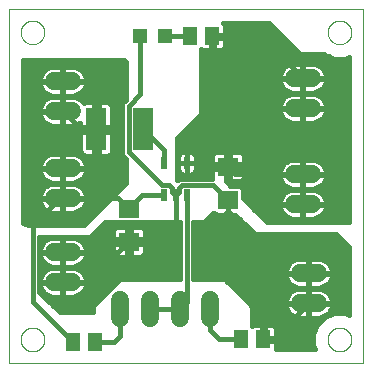
<source format=gtl>
G75*
%MOIN*%
%OFA0B0*%
%FSLAX25Y25*%
%IPPOS*%
%LPD*%
%AMOC8*
5,1,8,0,0,1.08239X$1,22.5*
%
%ADD10C,0.00000*%
%ADD11R,0.07087X0.06299*%
%ADD12C,0.06000*%
%ADD13R,0.07087X0.14173*%
%ADD14R,0.04724X0.04724*%
%ADD15R,0.05118X0.05906*%
%ADD16R,0.02165X0.03937*%
%ADD17C,0.01600*%
D10*
X0001800Y0001800D02*
X0001800Y0119910D01*
X0119910Y0119910D01*
X0119910Y0001800D01*
X0001800Y0001800D01*
X0005737Y0009674D02*
X0005739Y0009799D01*
X0005745Y0009924D01*
X0005755Y0010048D01*
X0005769Y0010172D01*
X0005786Y0010296D01*
X0005808Y0010419D01*
X0005834Y0010541D01*
X0005863Y0010663D01*
X0005896Y0010783D01*
X0005934Y0010902D01*
X0005974Y0011021D01*
X0006019Y0011137D01*
X0006067Y0011252D01*
X0006119Y0011366D01*
X0006175Y0011478D01*
X0006234Y0011588D01*
X0006296Y0011696D01*
X0006362Y0011803D01*
X0006431Y0011907D01*
X0006504Y0012008D01*
X0006579Y0012108D01*
X0006658Y0012205D01*
X0006740Y0012299D01*
X0006825Y0012391D01*
X0006912Y0012480D01*
X0007003Y0012566D01*
X0007096Y0012649D01*
X0007192Y0012730D01*
X0007290Y0012807D01*
X0007390Y0012881D01*
X0007493Y0012952D01*
X0007598Y0013019D01*
X0007706Y0013084D01*
X0007815Y0013144D01*
X0007926Y0013202D01*
X0008039Y0013255D01*
X0008153Y0013305D01*
X0008269Y0013352D01*
X0008386Y0013394D01*
X0008505Y0013433D01*
X0008625Y0013469D01*
X0008746Y0013500D01*
X0008868Y0013528D01*
X0008990Y0013551D01*
X0009114Y0013571D01*
X0009238Y0013587D01*
X0009362Y0013599D01*
X0009487Y0013607D01*
X0009612Y0013611D01*
X0009736Y0013611D01*
X0009861Y0013607D01*
X0009986Y0013599D01*
X0010110Y0013587D01*
X0010234Y0013571D01*
X0010358Y0013551D01*
X0010480Y0013528D01*
X0010602Y0013500D01*
X0010723Y0013469D01*
X0010843Y0013433D01*
X0010962Y0013394D01*
X0011079Y0013352D01*
X0011195Y0013305D01*
X0011309Y0013255D01*
X0011422Y0013202D01*
X0011533Y0013144D01*
X0011643Y0013084D01*
X0011750Y0013019D01*
X0011855Y0012952D01*
X0011958Y0012881D01*
X0012058Y0012807D01*
X0012156Y0012730D01*
X0012252Y0012649D01*
X0012345Y0012566D01*
X0012436Y0012480D01*
X0012523Y0012391D01*
X0012608Y0012299D01*
X0012690Y0012205D01*
X0012769Y0012108D01*
X0012844Y0012008D01*
X0012917Y0011907D01*
X0012986Y0011803D01*
X0013052Y0011696D01*
X0013114Y0011588D01*
X0013173Y0011478D01*
X0013229Y0011366D01*
X0013281Y0011252D01*
X0013329Y0011137D01*
X0013374Y0011021D01*
X0013414Y0010902D01*
X0013452Y0010783D01*
X0013485Y0010663D01*
X0013514Y0010541D01*
X0013540Y0010419D01*
X0013562Y0010296D01*
X0013579Y0010172D01*
X0013593Y0010048D01*
X0013603Y0009924D01*
X0013609Y0009799D01*
X0013611Y0009674D01*
X0013609Y0009549D01*
X0013603Y0009424D01*
X0013593Y0009300D01*
X0013579Y0009176D01*
X0013562Y0009052D01*
X0013540Y0008929D01*
X0013514Y0008807D01*
X0013485Y0008685D01*
X0013452Y0008565D01*
X0013414Y0008446D01*
X0013374Y0008327D01*
X0013329Y0008211D01*
X0013281Y0008096D01*
X0013229Y0007982D01*
X0013173Y0007870D01*
X0013114Y0007760D01*
X0013052Y0007652D01*
X0012986Y0007545D01*
X0012917Y0007441D01*
X0012844Y0007340D01*
X0012769Y0007240D01*
X0012690Y0007143D01*
X0012608Y0007049D01*
X0012523Y0006957D01*
X0012436Y0006868D01*
X0012345Y0006782D01*
X0012252Y0006699D01*
X0012156Y0006618D01*
X0012058Y0006541D01*
X0011958Y0006467D01*
X0011855Y0006396D01*
X0011750Y0006329D01*
X0011642Y0006264D01*
X0011533Y0006204D01*
X0011422Y0006146D01*
X0011309Y0006093D01*
X0011195Y0006043D01*
X0011079Y0005996D01*
X0010962Y0005954D01*
X0010843Y0005915D01*
X0010723Y0005879D01*
X0010602Y0005848D01*
X0010480Y0005820D01*
X0010358Y0005797D01*
X0010234Y0005777D01*
X0010110Y0005761D01*
X0009986Y0005749D01*
X0009861Y0005741D01*
X0009736Y0005737D01*
X0009612Y0005737D01*
X0009487Y0005741D01*
X0009362Y0005749D01*
X0009238Y0005761D01*
X0009114Y0005777D01*
X0008990Y0005797D01*
X0008868Y0005820D01*
X0008746Y0005848D01*
X0008625Y0005879D01*
X0008505Y0005915D01*
X0008386Y0005954D01*
X0008269Y0005996D01*
X0008153Y0006043D01*
X0008039Y0006093D01*
X0007926Y0006146D01*
X0007815Y0006204D01*
X0007705Y0006264D01*
X0007598Y0006329D01*
X0007493Y0006396D01*
X0007390Y0006467D01*
X0007290Y0006541D01*
X0007192Y0006618D01*
X0007096Y0006699D01*
X0007003Y0006782D01*
X0006912Y0006868D01*
X0006825Y0006957D01*
X0006740Y0007049D01*
X0006658Y0007143D01*
X0006579Y0007240D01*
X0006504Y0007340D01*
X0006431Y0007441D01*
X0006362Y0007545D01*
X0006296Y0007652D01*
X0006234Y0007760D01*
X0006175Y0007870D01*
X0006119Y0007982D01*
X0006067Y0008096D01*
X0006019Y0008211D01*
X0005974Y0008327D01*
X0005934Y0008446D01*
X0005896Y0008565D01*
X0005863Y0008685D01*
X0005834Y0008807D01*
X0005808Y0008929D01*
X0005786Y0009052D01*
X0005769Y0009176D01*
X0005755Y0009300D01*
X0005745Y0009424D01*
X0005739Y0009549D01*
X0005737Y0009674D01*
X0005737Y0112036D02*
X0005739Y0112161D01*
X0005745Y0112286D01*
X0005755Y0112410D01*
X0005769Y0112534D01*
X0005786Y0112658D01*
X0005808Y0112781D01*
X0005834Y0112903D01*
X0005863Y0113025D01*
X0005896Y0113145D01*
X0005934Y0113264D01*
X0005974Y0113383D01*
X0006019Y0113499D01*
X0006067Y0113614D01*
X0006119Y0113728D01*
X0006175Y0113840D01*
X0006234Y0113950D01*
X0006296Y0114058D01*
X0006362Y0114165D01*
X0006431Y0114269D01*
X0006504Y0114370D01*
X0006579Y0114470D01*
X0006658Y0114567D01*
X0006740Y0114661D01*
X0006825Y0114753D01*
X0006912Y0114842D01*
X0007003Y0114928D01*
X0007096Y0115011D01*
X0007192Y0115092D01*
X0007290Y0115169D01*
X0007390Y0115243D01*
X0007493Y0115314D01*
X0007598Y0115381D01*
X0007706Y0115446D01*
X0007815Y0115506D01*
X0007926Y0115564D01*
X0008039Y0115617D01*
X0008153Y0115667D01*
X0008269Y0115714D01*
X0008386Y0115756D01*
X0008505Y0115795D01*
X0008625Y0115831D01*
X0008746Y0115862D01*
X0008868Y0115890D01*
X0008990Y0115913D01*
X0009114Y0115933D01*
X0009238Y0115949D01*
X0009362Y0115961D01*
X0009487Y0115969D01*
X0009612Y0115973D01*
X0009736Y0115973D01*
X0009861Y0115969D01*
X0009986Y0115961D01*
X0010110Y0115949D01*
X0010234Y0115933D01*
X0010358Y0115913D01*
X0010480Y0115890D01*
X0010602Y0115862D01*
X0010723Y0115831D01*
X0010843Y0115795D01*
X0010962Y0115756D01*
X0011079Y0115714D01*
X0011195Y0115667D01*
X0011309Y0115617D01*
X0011422Y0115564D01*
X0011533Y0115506D01*
X0011643Y0115446D01*
X0011750Y0115381D01*
X0011855Y0115314D01*
X0011958Y0115243D01*
X0012058Y0115169D01*
X0012156Y0115092D01*
X0012252Y0115011D01*
X0012345Y0114928D01*
X0012436Y0114842D01*
X0012523Y0114753D01*
X0012608Y0114661D01*
X0012690Y0114567D01*
X0012769Y0114470D01*
X0012844Y0114370D01*
X0012917Y0114269D01*
X0012986Y0114165D01*
X0013052Y0114058D01*
X0013114Y0113950D01*
X0013173Y0113840D01*
X0013229Y0113728D01*
X0013281Y0113614D01*
X0013329Y0113499D01*
X0013374Y0113383D01*
X0013414Y0113264D01*
X0013452Y0113145D01*
X0013485Y0113025D01*
X0013514Y0112903D01*
X0013540Y0112781D01*
X0013562Y0112658D01*
X0013579Y0112534D01*
X0013593Y0112410D01*
X0013603Y0112286D01*
X0013609Y0112161D01*
X0013611Y0112036D01*
X0013609Y0111911D01*
X0013603Y0111786D01*
X0013593Y0111662D01*
X0013579Y0111538D01*
X0013562Y0111414D01*
X0013540Y0111291D01*
X0013514Y0111169D01*
X0013485Y0111047D01*
X0013452Y0110927D01*
X0013414Y0110808D01*
X0013374Y0110689D01*
X0013329Y0110573D01*
X0013281Y0110458D01*
X0013229Y0110344D01*
X0013173Y0110232D01*
X0013114Y0110122D01*
X0013052Y0110014D01*
X0012986Y0109907D01*
X0012917Y0109803D01*
X0012844Y0109702D01*
X0012769Y0109602D01*
X0012690Y0109505D01*
X0012608Y0109411D01*
X0012523Y0109319D01*
X0012436Y0109230D01*
X0012345Y0109144D01*
X0012252Y0109061D01*
X0012156Y0108980D01*
X0012058Y0108903D01*
X0011958Y0108829D01*
X0011855Y0108758D01*
X0011750Y0108691D01*
X0011642Y0108626D01*
X0011533Y0108566D01*
X0011422Y0108508D01*
X0011309Y0108455D01*
X0011195Y0108405D01*
X0011079Y0108358D01*
X0010962Y0108316D01*
X0010843Y0108277D01*
X0010723Y0108241D01*
X0010602Y0108210D01*
X0010480Y0108182D01*
X0010358Y0108159D01*
X0010234Y0108139D01*
X0010110Y0108123D01*
X0009986Y0108111D01*
X0009861Y0108103D01*
X0009736Y0108099D01*
X0009612Y0108099D01*
X0009487Y0108103D01*
X0009362Y0108111D01*
X0009238Y0108123D01*
X0009114Y0108139D01*
X0008990Y0108159D01*
X0008868Y0108182D01*
X0008746Y0108210D01*
X0008625Y0108241D01*
X0008505Y0108277D01*
X0008386Y0108316D01*
X0008269Y0108358D01*
X0008153Y0108405D01*
X0008039Y0108455D01*
X0007926Y0108508D01*
X0007815Y0108566D01*
X0007705Y0108626D01*
X0007598Y0108691D01*
X0007493Y0108758D01*
X0007390Y0108829D01*
X0007290Y0108903D01*
X0007192Y0108980D01*
X0007096Y0109061D01*
X0007003Y0109144D01*
X0006912Y0109230D01*
X0006825Y0109319D01*
X0006740Y0109411D01*
X0006658Y0109505D01*
X0006579Y0109602D01*
X0006504Y0109702D01*
X0006431Y0109803D01*
X0006362Y0109907D01*
X0006296Y0110014D01*
X0006234Y0110122D01*
X0006175Y0110232D01*
X0006119Y0110344D01*
X0006067Y0110458D01*
X0006019Y0110573D01*
X0005974Y0110689D01*
X0005934Y0110808D01*
X0005896Y0110927D01*
X0005863Y0111047D01*
X0005834Y0111169D01*
X0005808Y0111291D01*
X0005786Y0111414D01*
X0005769Y0111538D01*
X0005755Y0111662D01*
X0005745Y0111786D01*
X0005739Y0111911D01*
X0005737Y0112036D01*
X0108099Y0112036D02*
X0108101Y0112161D01*
X0108107Y0112286D01*
X0108117Y0112410D01*
X0108131Y0112534D01*
X0108148Y0112658D01*
X0108170Y0112781D01*
X0108196Y0112903D01*
X0108225Y0113025D01*
X0108258Y0113145D01*
X0108296Y0113264D01*
X0108336Y0113383D01*
X0108381Y0113499D01*
X0108429Y0113614D01*
X0108481Y0113728D01*
X0108537Y0113840D01*
X0108596Y0113950D01*
X0108658Y0114058D01*
X0108724Y0114165D01*
X0108793Y0114269D01*
X0108866Y0114370D01*
X0108941Y0114470D01*
X0109020Y0114567D01*
X0109102Y0114661D01*
X0109187Y0114753D01*
X0109274Y0114842D01*
X0109365Y0114928D01*
X0109458Y0115011D01*
X0109554Y0115092D01*
X0109652Y0115169D01*
X0109752Y0115243D01*
X0109855Y0115314D01*
X0109960Y0115381D01*
X0110068Y0115446D01*
X0110177Y0115506D01*
X0110288Y0115564D01*
X0110401Y0115617D01*
X0110515Y0115667D01*
X0110631Y0115714D01*
X0110748Y0115756D01*
X0110867Y0115795D01*
X0110987Y0115831D01*
X0111108Y0115862D01*
X0111230Y0115890D01*
X0111352Y0115913D01*
X0111476Y0115933D01*
X0111600Y0115949D01*
X0111724Y0115961D01*
X0111849Y0115969D01*
X0111974Y0115973D01*
X0112098Y0115973D01*
X0112223Y0115969D01*
X0112348Y0115961D01*
X0112472Y0115949D01*
X0112596Y0115933D01*
X0112720Y0115913D01*
X0112842Y0115890D01*
X0112964Y0115862D01*
X0113085Y0115831D01*
X0113205Y0115795D01*
X0113324Y0115756D01*
X0113441Y0115714D01*
X0113557Y0115667D01*
X0113671Y0115617D01*
X0113784Y0115564D01*
X0113895Y0115506D01*
X0114005Y0115446D01*
X0114112Y0115381D01*
X0114217Y0115314D01*
X0114320Y0115243D01*
X0114420Y0115169D01*
X0114518Y0115092D01*
X0114614Y0115011D01*
X0114707Y0114928D01*
X0114798Y0114842D01*
X0114885Y0114753D01*
X0114970Y0114661D01*
X0115052Y0114567D01*
X0115131Y0114470D01*
X0115206Y0114370D01*
X0115279Y0114269D01*
X0115348Y0114165D01*
X0115414Y0114058D01*
X0115476Y0113950D01*
X0115535Y0113840D01*
X0115591Y0113728D01*
X0115643Y0113614D01*
X0115691Y0113499D01*
X0115736Y0113383D01*
X0115776Y0113264D01*
X0115814Y0113145D01*
X0115847Y0113025D01*
X0115876Y0112903D01*
X0115902Y0112781D01*
X0115924Y0112658D01*
X0115941Y0112534D01*
X0115955Y0112410D01*
X0115965Y0112286D01*
X0115971Y0112161D01*
X0115973Y0112036D01*
X0115971Y0111911D01*
X0115965Y0111786D01*
X0115955Y0111662D01*
X0115941Y0111538D01*
X0115924Y0111414D01*
X0115902Y0111291D01*
X0115876Y0111169D01*
X0115847Y0111047D01*
X0115814Y0110927D01*
X0115776Y0110808D01*
X0115736Y0110689D01*
X0115691Y0110573D01*
X0115643Y0110458D01*
X0115591Y0110344D01*
X0115535Y0110232D01*
X0115476Y0110122D01*
X0115414Y0110014D01*
X0115348Y0109907D01*
X0115279Y0109803D01*
X0115206Y0109702D01*
X0115131Y0109602D01*
X0115052Y0109505D01*
X0114970Y0109411D01*
X0114885Y0109319D01*
X0114798Y0109230D01*
X0114707Y0109144D01*
X0114614Y0109061D01*
X0114518Y0108980D01*
X0114420Y0108903D01*
X0114320Y0108829D01*
X0114217Y0108758D01*
X0114112Y0108691D01*
X0114004Y0108626D01*
X0113895Y0108566D01*
X0113784Y0108508D01*
X0113671Y0108455D01*
X0113557Y0108405D01*
X0113441Y0108358D01*
X0113324Y0108316D01*
X0113205Y0108277D01*
X0113085Y0108241D01*
X0112964Y0108210D01*
X0112842Y0108182D01*
X0112720Y0108159D01*
X0112596Y0108139D01*
X0112472Y0108123D01*
X0112348Y0108111D01*
X0112223Y0108103D01*
X0112098Y0108099D01*
X0111974Y0108099D01*
X0111849Y0108103D01*
X0111724Y0108111D01*
X0111600Y0108123D01*
X0111476Y0108139D01*
X0111352Y0108159D01*
X0111230Y0108182D01*
X0111108Y0108210D01*
X0110987Y0108241D01*
X0110867Y0108277D01*
X0110748Y0108316D01*
X0110631Y0108358D01*
X0110515Y0108405D01*
X0110401Y0108455D01*
X0110288Y0108508D01*
X0110177Y0108566D01*
X0110067Y0108626D01*
X0109960Y0108691D01*
X0109855Y0108758D01*
X0109752Y0108829D01*
X0109652Y0108903D01*
X0109554Y0108980D01*
X0109458Y0109061D01*
X0109365Y0109144D01*
X0109274Y0109230D01*
X0109187Y0109319D01*
X0109102Y0109411D01*
X0109020Y0109505D01*
X0108941Y0109602D01*
X0108866Y0109702D01*
X0108793Y0109803D01*
X0108724Y0109907D01*
X0108658Y0110014D01*
X0108596Y0110122D01*
X0108537Y0110232D01*
X0108481Y0110344D01*
X0108429Y0110458D01*
X0108381Y0110573D01*
X0108336Y0110689D01*
X0108296Y0110808D01*
X0108258Y0110927D01*
X0108225Y0111047D01*
X0108196Y0111169D01*
X0108170Y0111291D01*
X0108148Y0111414D01*
X0108131Y0111538D01*
X0108117Y0111662D01*
X0108107Y0111786D01*
X0108101Y0111911D01*
X0108099Y0112036D01*
X0108099Y0009674D02*
X0108101Y0009799D01*
X0108107Y0009924D01*
X0108117Y0010048D01*
X0108131Y0010172D01*
X0108148Y0010296D01*
X0108170Y0010419D01*
X0108196Y0010541D01*
X0108225Y0010663D01*
X0108258Y0010783D01*
X0108296Y0010902D01*
X0108336Y0011021D01*
X0108381Y0011137D01*
X0108429Y0011252D01*
X0108481Y0011366D01*
X0108537Y0011478D01*
X0108596Y0011588D01*
X0108658Y0011696D01*
X0108724Y0011803D01*
X0108793Y0011907D01*
X0108866Y0012008D01*
X0108941Y0012108D01*
X0109020Y0012205D01*
X0109102Y0012299D01*
X0109187Y0012391D01*
X0109274Y0012480D01*
X0109365Y0012566D01*
X0109458Y0012649D01*
X0109554Y0012730D01*
X0109652Y0012807D01*
X0109752Y0012881D01*
X0109855Y0012952D01*
X0109960Y0013019D01*
X0110068Y0013084D01*
X0110177Y0013144D01*
X0110288Y0013202D01*
X0110401Y0013255D01*
X0110515Y0013305D01*
X0110631Y0013352D01*
X0110748Y0013394D01*
X0110867Y0013433D01*
X0110987Y0013469D01*
X0111108Y0013500D01*
X0111230Y0013528D01*
X0111352Y0013551D01*
X0111476Y0013571D01*
X0111600Y0013587D01*
X0111724Y0013599D01*
X0111849Y0013607D01*
X0111974Y0013611D01*
X0112098Y0013611D01*
X0112223Y0013607D01*
X0112348Y0013599D01*
X0112472Y0013587D01*
X0112596Y0013571D01*
X0112720Y0013551D01*
X0112842Y0013528D01*
X0112964Y0013500D01*
X0113085Y0013469D01*
X0113205Y0013433D01*
X0113324Y0013394D01*
X0113441Y0013352D01*
X0113557Y0013305D01*
X0113671Y0013255D01*
X0113784Y0013202D01*
X0113895Y0013144D01*
X0114005Y0013084D01*
X0114112Y0013019D01*
X0114217Y0012952D01*
X0114320Y0012881D01*
X0114420Y0012807D01*
X0114518Y0012730D01*
X0114614Y0012649D01*
X0114707Y0012566D01*
X0114798Y0012480D01*
X0114885Y0012391D01*
X0114970Y0012299D01*
X0115052Y0012205D01*
X0115131Y0012108D01*
X0115206Y0012008D01*
X0115279Y0011907D01*
X0115348Y0011803D01*
X0115414Y0011696D01*
X0115476Y0011588D01*
X0115535Y0011478D01*
X0115591Y0011366D01*
X0115643Y0011252D01*
X0115691Y0011137D01*
X0115736Y0011021D01*
X0115776Y0010902D01*
X0115814Y0010783D01*
X0115847Y0010663D01*
X0115876Y0010541D01*
X0115902Y0010419D01*
X0115924Y0010296D01*
X0115941Y0010172D01*
X0115955Y0010048D01*
X0115965Y0009924D01*
X0115971Y0009799D01*
X0115973Y0009674D01*
X0115971Y0009549D01*
X0115965Y0009424D01*
X0115955Y0009300D01*
X0115941Y0009176D01*
X0115924Y0009052D01*
X0115902Y0008929D01*
X0115876Y0008807D01*
X0115847Y0008685D01*
X0115814Y0008565D01*
X0115776Y0008446D01*
X0115736Y0008327D01*
X0115691Y0008211D01*
X0115643Y0008096D01*
X0115591Y0007982D01*
X0115535Y0007870D01*
X0115476Y0007760D01*
X0115414Y0007652D01*
X0115348Y0007545D01*
X0115279Y0007441D01*
X0115206Y0007340D01*
X0115131Y0007240D01*
X0115052Y0007143D01*
X0114970Y0007049D01*
X0114885Y0006957D01*
X0114798Y0006868D01*
X0114707Y0006782D01*
X0114614Y0006699D01*
X0114518Y0006618D01*
X0114420Y0006541D01*
X0114320Y0006467D01*
X0114217Y0006396D01*
X0114112Y0006329D01*
X0114004Y0006264D01*
X0113895Y0006204D01*
X0113784Y0006146D01*
X0113671Y0006093D01*
X0113557Y0006043D01*
X0113441Y0005996D01*
X0113324Y0005954D01*
X0113205Y0005915D01*
X0113085Y0005879D01*
X0112964Y0005848D01*
X0112842Y0005820D01*
X0112720Y0005797D01*
X0112596Y0005777D01*
X0112472Y0005761D01*
X0112348Y0005749D01*
X0112223Y0005741D01*
X0112098Y0005737D01*
X0111974Y0005737D01*
X0111849Y0005741D01*
X0111724Y0005749D01*
X0111600Y0005761D01*
X0111476Y0005777D01*
X0111352Y0005797D01*
X0111230Y0005820D01*
X0111108Y0005848D01*
X0110987Y0005879D01*
X0110867Y0005915D01*
X0110748Y0005954D01*
X0110631Y0005996D01*
X0110515Y0006043D01*
X0110401Y0006093D01*
X0110288Y0006146D01*
X0110177Y0006204D01*
X0110067Y0006264D01*
X0109960Y0006329D01*
X0109855Y0006396D01*
X0109752Y0006467D01*
X0109652Y0006541D01*
X0109554Y0006618D01*
X0109458Y0006699D01*
X0109365Y0006782D01*
X0109274Y0006868D01*
X0109187Y0006957D01*
X0109102Y0007049D01*
X0109020Y0007143D01*
X0108941Y0007240D01*
X0108866Y0007340D01*
X0108793Y0007441D01*
X0108724Y0007545D01*
X0108658Y0007652D01*
X0108596Y0007760D01*
X0108537Y0007870D01*
X0108481Y0007982D01*
X0108429Y0008096D01*
X0108381Y0008211D01*
X0108336Y0008327D01*
X0108296Y0008446D01*
X0108258Y0008565D01*
X0108225Y0008685D01*
X0108196Y0008807D01*
X0108170Y0008929D01*
X0108148Y0009052D01*
X0108131Y0009176D01*
X0108117Y0009300D01*
X0108107Y0009424D01*
X0108101Y0009549D01*
X0108099Y0009674D01*
D11*
X0074800Y0056288D03*
X0074800Y0067312D03*
X0041800Y0053312D03*
X0041800Y0042288D03*
D12*
X0022800Y0038800D02*
X0016800Y0038800D01*
X0016800Y0028800D02*
X0022800Y0028800D01*
X0038800Y0022800D02*
X0038800Y0016800D01*
X0048800Y0016800D02*
X0048800Y0022800D01*
X0058800Y0022800D02*
X0058800Y0016800D01*
X0068800Y0016800D02*
X0068800Y0022800D01*
X0098800Y0021800D02*
X0104800Y0021800D01*
X0104800Y0031800D02*
X0098800Y0031800D01*
X0096800Y0054800D02*
X0102800Y0054800D01*
X0102800Y0064800D02*
X0096800Y0064800D01*
X0096800Y0086800D02*
X0102800Y0086800D01*
X0102800Y0096800D02*
X0096800Y0096800D01*
X0022800Y0095800D02*
X0016800Y0095800D01*
X0016800Y0085800D02*
X0022800Y0085800D01*
X0022800Y0066800D02*
X0016800Y0066800D01*
X0016800Y0056800D02*
X0022800Y0056800D01*
D13*
X0030926Y0079800D03*
X0046674Y0079800D03*
D14*
X0045666Y0110800D03*
X0053934Y0110800D03*
D15*
X0062060Y0110800D03*
X0069540Y0110800D03*
X0079060Y0009800D03*
X0086540Y0009800D03*
X0030540Y0008800D03*
X0023060Y0008800D03*
D16*
X0053650Y0057745D03*
X0057391Y0057745D03*
X0061131Y0057745D03*
X0061131Y0068375D03*
X0053650Y0068375D03*
D17*
X0053650Y0072824D01*
X0046674Y0079800D01*
X0039531Y0080127D02*
X0031726Y0080127D01*
X0031726Y0080600D02*
X0031726Y0079000D01*
X0036269Y0079000D01*
X0036269Y0072476D01*
X0036147Y0072019D01*
X0035910Y0071608D01*
X0035575Y0071273D01*
X0035164Y0071036D01*
X0034706Y0070913D01*
X0031726Y0070913D01*
X0031726Y0079000D01*
X0030126Y0079000D01*
X0030126Y0070913D01*
X0027146Y0070913D01*
X0026688Y0071036D01*
X0026277Y0071273D01*
X0025942Y0071608D01*
X0025705Y0072019D01*
X0025583Y0072476D01*
X0025583Y0079000D01*
X0030126Y0079000D01*
X0030126Y0080600D01*
X0030126Y0088687D01*
X0027146Y0088687D01*
X0026719Y0088572D01*
X0026461Y0088927D01*
X0025927Y0089461D01*
X0025316Y0089905D01*
X0024643Y0090248D01*
X0023924Y0090482D01*
X0023178Y0090600D01*
X0020000Y0090600D01*
X0020000Y0086000D01*
X0019600Y0086000D01*
X0019600Y0090600D01*
X0016422Y0090600D01*
X0015676Y0090482D01*
X0014957Y0090248D01*
X0014284Y0089905D01*
X0013673Y0089461D01*
X0013139Y0088927D01*
X0012695Y0088316D01*
X0012352Y0087643D01*
X0012118Y0086924D01*
X0012000Y0086178D01*
X0012000Y0086000D01*
X0019600Y0086000D01*
X0019600Y0085600D01*
X0020000Y0085600D01*
X0020000Y0081000D01*
X0023178Y0081000D01*
X0023924Y0081118D01*
X0024643Y0081352D01*
X0025316Y0081695D01*
X0025583Y0081889D01*
X0025583Y0080600D01*
X0030126Y0080600D01*
X0031726Y0080600D01*
X0036269Y0080600D01*
X0036269Y0087124D01*
X0036147Y0087581D01*
X0035910Y0087992D01*
X0035575Y0088327D01*
X0035164Y0088564D01*
X0034706Y0088687D01*
X0031726Y0088687D01*
X0031726Y0080600D01*
X0031726Y0081726D02*
X0030126Y0081726D01*
X0030126Y0083324D02*
X0031726Y0083324D01*
X0031726Y0084923D02*
X0030126Y0084923D01*
X0030126Y0086521D02*
X0031726Y0086521D01*
X0031726Y0088120D02*
X0030126Y0088120D01*
X0025573Y0089718D02*
X0040800Y0089718D01*
X0040800Y0089647D02*
X0039531Y0088378D01*
X0039531Y0071222D01*
X0040800Y0069953D01*
X0040800Y0061800D01*
X0026800Y0047800D01*
X0009800Y0047800D01*
X0008549Y0047898D01*
X0007328Y0048192D01*
X0006600Y0048493D01*
X0006600Y0102800D01*
X0039800Y0102800D01*
X0040059Y0102766D01*
X0040300Y0102666D01*
X0040507Y0102507D01*
X0040666Y0102300D01*
X0040766Y0102059D01*
X0040800Y0101800D01*
X0040800Y0089647D01*
X0039531Y0088120D02*
X0035782Y0088120D01*
X0036269Y0086521D02*
X0039531Y0086521D01*
X0039531Y0084923D02*
X0036269Y0084923D01*
X0036269Y0083324D02*
X0039531Y0083324D01*
X0039531Y0081726D02*
X0036269Y0081726D01*
X0036269Y0078529D02*
X0039531Y0078529D01*
X0039531Y0076930D02*
X0036269Y0076930D01*
X0036269Y0075332D02*
X0039531Y0075332D01*
X0039531Y0073733D02*
X0036269Y0073733D01*
X0036178Y0072134D02*
X0039531Y0072134D01*
X0040217Y0070536D02*
X0025824Y0070536D01*
X0025927Y0070461D02*
X0025316Y0070905D01*
X0024643Y0071248D01*
X0023924Y0071482D01*
X0023178Y0071600D01*
X0020000Y0071600D01*
X0020000Y0067000D01*
X0019600Y0067000D01*
X0019600Y0071600D01*
X0016422Y0071600D01*
X0015676Y0071482D01*
X0014957Y0071248D01*
X0014284Y0070905D01*
X0013673Y0070461D01*
X0013139Y0069927D01*
X0012695Y0069316D01*
X0012352Y0068643D01*
X0012118Y0067924D01*
X0012000Y0067178D01*
X0012000Y0067000D01*
X0019600Y0067000D01*
X0019600Y0066600D01*
X0020000Y0066600D01*
X0020000Y0067000D01*
X0027600Y0067000D01*
X0027600Y0067178D01*
X0027482Y0067924D01*
X0027248Y0068643D01*
X0026905Y0069316D01*
X0026461Y0069927D01*
X0025927Y0070461D01*
X0027098Y0068937D02*
X0040800Y0068937D01*
X0040800Y0067339D02*
X0027574Y0067339D01*
X0027600Y0066600D02*
X0020000Y0066600D01*
X0020000Y0062000D01*
X0023178Y0062000D01*
X0023924Y0062118D01*
X0024643Y0062352D01*
X0025316Y0062695D01*
X0025927Y0063139D01*
X0026461Y0063673D01*
X0026905Y0064284D01*
X0027248Y0064957D01*
X0027482Y0065676D01*
X0027600Y0066422D01*
X0027600Y0066600D01*
X0027492Y0065740D02*
X0040800Y0065740D01*
X0040800Y0064142D02*
X0026802Y0064142D01*
X0025019Y0062543D02*
X0040800Y0062543D01*
X0039945Y0060945D02*
X0025238Y0060945D01*
X0025316Y0060905D02*
X0024643Y0061248D01*
X0023924Y0061482D01*
X0023178Y0061600D01*
X0020000Y0061600D01*
X0020000Y0057000D01*
X0019600Y0057000D01*
X0019600Y0061600D01*
X0016422Y0061600D01*
X0015676Y0061482D01*
X0014957Y0061248D01*
X0014284Y0060905D01*
X0013673Y0060461D01*
X0013139Y0059927D01*
X0012695Y0059316D01*
X0012352Y0058643D01*
X0012118Y0057924D01*
X0012000Y0057178D01*
X0012000Y0057000D01*
X0019600Y0057000D01*
X0019600Y0056600D01*
X0020000Y0056600D01*
X0020000Y0057000D01*
X0027600Y0057000D01*
X0027600Y0057178D01*
X0027482Y0057924D01*
X0027248Y0058643D01*
X0026905Y0059316D01*
X0026461Y0059927D01*
X0025927Y0060461D01*
X0025316Y0060905D01*
X0026883Y0059346D02*
X0038346Y0059346D01*
X0036748Y0057748D02*
X0027510Y0057748D01*
X0027600Y0056600D02*
X0020000Y0056600D01*
X0020000Y0052000D01*
X0023178Y0052000D01*
X0023924Y0052118D01*
X0024643Y0052352D01*
X0025316Y0052695D01*
X0025927Y0053139D01*
X0026461Y0053673D01*
X0026905Y0054284D01*
X0027248Y0054957D01*
X0027482Y0055676D01*
X0027600Y0056422D01*
X0027600Y0056600D01*
X0027557Y0056149D02*
X0035149Y0056149D01*
X0033551Y0054551D02*
X0027041Y0054551D01*
X0025670Y0052952D02*
X0031952Y0052952D01*
X0030354Y0051354D02*
X0006600Y0051354D01*
X0006600Y0052952D02*
X0013930Y0052952D01*
X0013673Y0053139D02*
X0014284Y0052695D01*
X0014957Y0052352D01*
X0015676Y0052118D01*
X0016422Y0052000D01*
X0019600Y0052000D01*
X0019600Y0056600D01*
X0012000Y0056600D01*
X0012000Y0056422D01*
X0012118Y0055676D01*
X0012352Y0054957D01*
X0012695Y0054284D01*
X0013139Y0053673D01*
X0013673Y0053139D01*
X0012559Y0054551D02*
X0006600Y0054551D01*
X0006600Y0056149D02*
X0012043Y0056149D01*
X0012090Y0057748D02*
X0006600Y0057748D01*
X0006600Y0059346D02*
X0012717Y0059346D01*
X0014362Y0060945D02*
X0006600Y0060945D01*
X0006600Y0062543D02*
X0014581Y0062543D01*
X0014284Y0062695D02*
X0014957Y0062352D01*
X0015676Y0062118D01*
X0016422Y0062000D01*
X0019600Y0062000D01*
X0019600Y0066600D01*
X0012000Y0066600D01*
X0012000Y0066422D01*
X0012118Y0065676D01*
X0012352Y0064957D01*
X0012695Y0064284D01*
X0013139Y0063673D01*
X0013673Y0063139D01*
X0014284Y0062695D01*
X0012798Y0064142D02*
X0006600Y0064142D01*
X0006600Y0065740D02*
X0012108Y0065740D01*
X0012026Y0067339D02*
X0006600Y0067339D01*
X0006600Y0068937D02*
X0012502Y0068937D01*
X0013776Y0070536D02*
X0006600Y0070536D01*
X0006600Y0072134D02*
X0025674Y0072134D01*
X0025583Y0073733D02*
X0006600Y0073733D01*
X0006600Y0075332D02*
X0025583Y0075332D01*
X0025583Y0076930D02*
X0006600Y0076930D01*
X0006600Y0078529D02*
X0025583Y0078529D01*
X0025800Y0079800D02*
X0030926Y0079800D01*
X0030126Y0080127D02*
X0006600Y0080127D01*
X0006600Y0081726D02*
X0014242Y0081726D01*
X0014284Y0081695D02*
X0014957Y0081352D01*
X0015676Y0081118D01*
X0016422Y0081000D01*
X0019600Y0081000D01*
X0019600Y0085600D01*
X0012000Y0085600D01*
X0012000Y0085422D01*
X0012118Y0084676D01*
X0012352Y0083957D01*
X0012695Y0083284D01*
X0013139Y0082673D01*
X0013673Y0082139D01*
X0014284Y0081695D01*
X0012674Y0083324D02*
X0006600Y0083324D01*
X0006600Y0084923D02*
X0012079Y0084923D01*
X0012054Y0086521D02*
X0006600Y0086521D01*
X0006600Y0088120D02*
X0012595Y0088120D01*
X0014027Y0089718D02*
X0006600Y0089718D01*
X0006600Y0091317D02*
X0015065Y0091317D01*
X0014957Y0091352D02*
X0015676Y0091118D01*
X0016422Y0091000D01*
X0019600Y0091000D01*
X0019600Y0095600D01*
X0020000Y0095600D01*
X0020000Y0096000D01*
X0019600Y0096000D01*
X0019600Y0100600D01*
X0016422Y0100600D01*
X0015676Y0100482D01*
X0014957Y0100248D01*
X0014284Y0099905D01*
X0013673Y0099461D01*
X0013139Y0098927D01*
X0012695Y0098316D01*
X0012352Y0097643D01*
X0012118Y0096924D01*
X0012000Y0096178D01*
X0012000Y0096000D01*
X0019600Y0096000D01*
X0019600Y0095600D01*
X0012000Y0095600D01*
X0012000Y0095422D01*
X0012118Y0094676D01*
X0012352Y0093957D01*
X0012695Y0093284D01*
X0013139Y0092673D01*
X0013673Y0092139D01*
X0014284Y0091695D01*
X0014957Y0091352D01*
X0012963Y0092915D02*
X0006600Y0092915D01*
X0006600Y0094514D02*
X0012171Y0094514D01*
X0012000Y0096112D02*
X0006600Y0096112D01*
X0006600Y0097711D02*
X0012386Y0097711D01*
X0013521Y0099309D02*
X0006600Y0099309D01*
X0006600Y0100908D02*
X0040800Y0100908D01*
X0040800Y0099309D02*
X0026079Y0099309D01*
X0025927Y0099461D02*
X0025316Y0099905D01*
X0024643Y0100248D01*
X0023924Y0100482D01*
X0023178Y0100600D01*
X0020000Y0100600D01*
X0020000Y0096000D01*
X0027600Y0096000D01*
X0027600Y0096178D01*
X0027482Y0096924D01*
X0027248Y0097643D01*
X0026905Y0098316D01*
X0026461Y0098927D01*
X0025927Y0099461D01*
X0027214Y0097711D02*
X0040800Y0097711D01*
X0040800Y0096112D02*
X0027600Y0096112D01*
X0027600Y0095600D02*
X0020000Y0095600D01*
X0020000Y0091000D01*
X0023178Y0091000D01*
X0023924Y0091118D01*
X0024643Y0091352D01*
X0025316Y0091695D01*
X0025927Y0092139D01*
X0026461Y0092673D01*
X0026905Y0093284D01*
X0027248Y0093957D01*
X0027482Y0094676D01*
X0027600Y0095422D01*
X0027600Y0095600D01*
X0027429Y0094514D02*
X0040800Y0094514D01*
X0040800Y0092915D02*
X0026637Y0092915D01*
X0024535Y0091317D02*
X0040800Y0091317D01*
X0041731Y0087467D02*
X0045666Y0091402D01*
X0045666Y0110800D01*
X0053934Y0110800D02*
X0062060Y0110800D01*
X0065800Y0106483D02*
X0065876Y0106407D01*
X0066286Y0106170D01*
X0066744Y0106047D01*
X0069061Y0106047D01*
X0069061Y0110320D01*
X0070020Y0110320D01*
X0070020Y0106047D01*
X0072336Y0106047D01*
X0072794Y0106170D01*
X0073204Y0106407D01*
X0073540Y0106742D01*
X0073777Y0107152D01*
X0073899Y0107610D01*
X0073899Y0110320D01*
X0070020Y0110320D01*
X0070020Y0111280D01*
X0073899Y0111280D01*
X0073899Y0113990D01*
X0073777Y0114448D01*
X0073540Y0114858D01*
X0073287Y0115110D01*
X0088490Y0115110D01*
X0098800Y0104800D01*
X0106916Y0104800D01*
X0107087Y0104629D01*
X0110298Y0103299D01*
X0113774Y0103299D01*
X0115110Y0103853D01*
X0115110Y0048800D01*
X0087800Y0048800D01*
X0079743Y0056857D01*
X0079743Y0060018D01*
X0078923Y0060838D01*
X0075762Y0060838D01*
X0074025Y0062575D01*
X0074025Y0066537D01*
X0069457Y0066537D01*
X0069457Y0063925D01*
X0069579Y0063467D01*
X0069668Y0063313D01*
X0058557Y0063313D01*
X0058043Y0062800D01*
X0057800Y0062800D01*
X0057800Y0076800D01*
X0065800Y0084800D01*
X0065800Y0106483D01*
X0065800Y0105703D02*
X0097897Y0105703D01*
X0096298Y0107302D02*
X0073817Y0107302D01*
X0073899Y0108900D02*
X0094700Y0108900D01*
X0093101Y0110499D02*
X0070020Y0110499D01*
X0069540Y0110800D02*
X0085800Y0110800D01*
X0099800Y0096800D01*
X0099800Y0086800D01*
X0099800Y0064800D01*
X0099800Y0054800D01*
X0100000Y0055000D02*
X0099600Y0055000D01*
X0099600Y0059600D01*
X0096422Y0059600D01*
X0095676Y0059482D01*
X0094957Y0059248D01*
X0094284Y0058905D01*
X0093673Y0058461D01*
X0093139Y0057927D01*
X0092695Y0057316D01*
X0092352Y0056643D01*
X0092118Y0055924D01*
X0092000Y0055178D01*
X0092000Y0055000D01*
X0099600Y0055000D01*
X0099600Y0054600D01*
X0100000Y0054600D01*
X0100000Y0055000D01*
X0100000Y0059600D01*
X0103178Y0059600D01*
X0103924Y0059482D01*
X0104643Y0059248D01*
X0105316Y0058905D01*
X0105927Y0058461D01*
X0106461Y0057927D01*
X0106905Y0057316D01*
X0107248Y0056643D01*
X0107482Y0055924D01*
X0107600Y0055178D01*
X0107600Y0055000D01*
X0100000Y0055000D01*
X0100000Y0054600D02*
X0107600Y0054600D01*
X0107600Y0054422D01*
X0107482Y0053676D01*
X0107248Y0052957D01*
X0106905Y0052284D01*
X0106461Y0051673D01*
X0105927Y0051139D01*
X0105316Y0050695D01*
X0104643Y0050352D01*
X0103924Y0050118D01*
X0103178Y0050000D01*
X0100000Y0050000D01*
X0100000Y0054600D01*
X0100000Y0054551D02*
X0099600Y0054551D01*
X0099600Y0054600D02*
X0099600Y0050000D01*
X0096422Y0050000D01*
X0095676Y0050118D01*
X0094957Y0050352D01*
X0094284Y0050695D01*
X0093673Y0051139D01*
X0093139Y0051673D01*
X0092695Y0052284D01*
X0092352Y0052957D01*
X0092118Y0053676D01*
X0092000Y0054422D01*
X0092000Y0054600D01*
X0099600Y0054600D01*
X0099600Y0052952D02*
X0100000Y0052952D01*
X0100000Y0051354D02*
X0099600Y0051354D01*
X0099600Y0056149D02*
X0100000Y0056149D01*
X0100000Y0057748D02*
X0099600Y0057748D01*
X0099600Y0059346D02*
X0100000Y0059346D01*
X0100000Y0060000D02*
X0103178Y0060000D01*
X0103924Y0060118D01*
X0104643Y0060352D01*
X0105316Y0060695D01*
X0105927Y0061139D01*
X0106461Y0061673D01*
X0106905Y0062284D01*
X0107248Y0062957D01*
X0107482Y0063676D01*
X0107600Y0064422D01*
X0107600Y0064600D01*
X0100000Y0064600D01*
X0100000Y0065000D01*
X0099600Y0065000D01*
X0099600Y0069600D01*
X0096422Y0069600D01*
X0095676Y0069482D01*
X0094957Y0069248D01*
X0094284Y0068905D01*
X0093673Y0068461D01*
X0093139Y0067927D01*
X0092695Y0067316D01*
X0092352Y0066643D01*
X0092118Y0065924D01*
X0092000Y0065178D01*
X0092000Y0065000D01*
X0099600Y0065000D01*
X0099600Y0064600D01*
X0100000Y0064600D01*
X0100000Y0060000D01*
X0099600Y0060000D02*
X0099600Y0064600D01*
X0092000Y0064600D01*
X0092000Y0064422D01*
X0092118Y0063676D01*
X0092352Y0062957D01*
X0092695Y0062284D01*
X0093139Y0061673D01*
X0093673Y0061139D01*
X0094284Y0060695D01*
X0094957Y0060352D01*
X0095676Y0060118D01*
X0096422Y0060000D01*
X0099600Y0060000D01*
X0099600Y0060945D02*
X0100000Y0060945D01*
X0100000Y0062543D02*
X0099600Y0062543D01*
X0099600Y0064142D02*
X0100000Y0064142D01*
X0099800Y0064800D02*
X0077312Y0064800D01*
X0074800Y0067312D01*
X0074800Y0073800D01*
X0070800Y0077800D01*
X0063800Y0077800D01*
X0061131Y0075131D01*
X0061131Y0068375D01*
X0064013Y0068375D01*
X0064013Y0070580D01*
X0063891Y0071038D01*
X0063654Y0071449D01*
X0063319Y0071784D01*
X0062908Y0072021D01*
X0062450Y0072143D01*
X0061131Y0072143D01*
X0061131Y0068375D01*
X0061131Y0068375D01*
X0061131Y0068375D01*
X0064013Y0068375D01*
X0064013Y0066169D01*
X0063891Y0065712D01*
X0063654Y0065301D01*
X0063319Y0064966D01*
X0062908Y0064729D01*
X0062450Y0064606D01*
X0061131Y0064606D01*
X0061131Y0068375D01*
X0061131Y0072143D01*
X0059811Y0072143D01*
X0059353Y0072021D01*
X0058943Y0071784D01*
X0058608Y0071449D01*
X0058371Y0071038D01*
X0058248Y0070580D01*
X0058248Y0068375D01*
X0061131Y0068375D01*
X0061131Y0068375D01*
X0061131Y0068375D01*
X0061131Y0064606D01*
X0059811Y0064606D01*
X0059353Y0064729D01*
X0058943Y0064966D01*
X0058608Y0065301D01*
X0058371Y0065712D01*
X0058248Y0066169D01*
X0058248Y0068375D01*
X0061131Y0068375D01*
X0061131Y0068937D02*
X0061131Y0068937D01*
X0061131Y0067339D02*
X0061131Y0067339D01*
X0061131Y0065740D02*
X0061131Y0065740D01*
X0063898Y0065740D02*
X0069457Y0065740D01*
X0069457Y0068087D02*
X0074025Y0068087D01*
X0074025Y0072261D01*
X0071020Y0072261D01*
X0070562Y0072139D01*
X0070151Y0071902D01*
X0069816Y0071567D01*
X0069579Y0071156D01*
X0069457Y0070698D01*
X0069457Y0068087D01*
X0069457Y0068937D02*
X0064013Y0068937D01*
X0064013Y0067339D02*
X0074025Y0067339D01*
X0074025Y0068087D02*
X0074025Y0066537D01*
X0075575Y0066537D01*
X0075575Y0068087D01*
X0074025Y0068087D01*
X0074025Y0068937D02*
X0075575Y0068937D01*
X0075575Y0068087D02*
X0075575Y0072261D01*
X0078580Y0072261D01*
X0079038Y0072139D01*
X0079449Y0071902D01*
X0079784Y0071567D01*
X0080021Y0071156D01*
X0080143Y0070698D01*
X0080143Y0068087D01*
X0075575Y0068087D01*
X0075575Y0067339D02*
X0092712Y0067339D01*
X0092089Y0065740D02*
X0080143Y0065740D01*
X0080143Y0066537D02*
X0080143Y0063925D01*
X0080021Y0063467D01*
X0079784Y0063057D01*
X0079449Y0062722D01*
X0079038Y0062485D01*
X0078580Y0062362D01*
X0075575Y0062362D01*
X0075575Y0066537D01*
X0080143Y0066537D01*
X0080143Y0064142D02*
X0092044Y0064142D01*
X0092563Y0062543D02*
X0079140Y0062543D01*
X0079743Y0059346D02*
X0095259Y0059346D01*
X0093940Y0060945D02*
X0075655Y0060945D01*
X0075575Y0062543D02*
X0074057Y0062543D01*
X0074025Y0064142D02*
X0075575Y0064142D01*
X0075575Y0065740D02*
X0074025Y0065740D01*
X0069457Y0064142D02*
X0057800Y0064142D01*
X0057800Y0065740D02*
X0058363Y0065740D01*
X0058248Y0067339D02*
X0057800Y0067339D01*
X0057800Y0068937D02*
X0058248Y0068937D01*
X0058248Y0070536D02*
X0057800Y0070536D01*
X0057800Y0072134D02*
X0059778Y0072134D01*
X0061131Y0072134D02*
X0061131Y0072134D01*
X0062483Y0072134D02*
X0070555Y0072134D01*
X0069457Y0070536D02*
X0064013Y0070536D01*
X0061131Y0070536D02*
X0061131Y0070536D01*
X0057800Y0073733D02*
X0115110Y0073733D01*
X0115110Y0072134D02*
X0079045Y0072134D01*
X0080143Y0070536D02*
X0115110Y0070536D01*
X0115110Y0068937D02*
X0105253Y0068937D01*
X0105316Y0068905D02*
X0104643Y0069248D01*
X0103924Y0069482D01*
X0103178Y0069600D01*
X0100000Y0069600D01*
X0100000Y0065000D01*
X0107600Y0065000D01*
X0107600Y0065178D01*
X0107482Y0065924D01*
X0107248Y0066643D01*
X0106905Y0067316D01*
X0106461Y0067927D01*
X0105927Y0068461D01*
X0105316Y0068905D01*
X0106888Y0067339D02*
X0115110Y0067339D01*
X0115110Y0065740D02*
X0107511Y0065740D01*
X0107556Y0064142D02*
X0115110Y0064142D01*
X0115110Y0062543D02*
X0107037Y0062543D01*
X0105660Y0060945D02*
X0115110Y0060945D01*
X0115110Y0059346D02*
X0104341Y0059346D01*
X0106591Y0057748D02*
X0115110Y0057748D01*
X0115110Y0056149D02*
X0107409Y0056149D01*
X0107600Y0054551D02*
X0115110Y0054551D01*
X0115110Y0052952D02*
X0107246Y0052952D01*
X0106142Y0051354D02*
X0115110Y0051354D01*
X0115110Y0049755D02*
X0086845Y0049755D01*
X0085246Y0051354D02*
X0093458Y0051354D01*
X0092354Y0052952D02*
X0083648Y0052952D01*
X0082049Y0054551D02*
X0092000Y0054551D01*
X0092191Y0056149D02*
X0080451Y0056149D01*
X0079743Y0057748D02*
X0093009Y0057748D01*
X0099600Y0065740D02*
X0100000Y0065740D01*
X0100000Y0067339D02*
X0099600Y0067339D01*
X0099600Y0068937D02*
X0100000Y0068937D01*
X0094347Y0068937D02*
X0080143Y0068937D01*
X0075575Y0070536D02*
X0074025Y0070536D01*
X0074025Y0072134D02*
X0075575Y0072134D01*
X0069975Y0061113D02*
X0074800Y0056288D01*
X0074800Y0040800D01*
X0083800Y0031800D01*
X0101800Y0031800D01*
X0102000Y0032000D02*
X0101600Y0032000D01*
X0101600Y0036600D01*
X0098422Y0036600D01*
X0097676Y0036482D01*
X0096957Y0036248D01*
X0096284Y0035905D01*
X0095673Y0035461D01*
X0095139Y0034927D01*
X0094695Y0034316D01*
X0094352Y0033643D01*
X0094118Y0032924D01*
X0094000Y0032178D01*
X0094000Y0032000D01*
X0101600Y0032000D01*
X0101600Y0031600D01*
X0102000Y0031600D01*
X0102000Y0032000D01*
X0102000Y0036600D01*
X0105178Y0036600D01*
X0105924Y0036482D01*
X0106643Y0036248D01*
X0107316Y0035905D01*
X0107927Y0035461D01*
X0108461Y0034927D01*
X0108905Y0034316D01*
X0109248Y0033643D01*
X0109482Y0032924D01*
X0109600Y0032178D01*
X0109600Y0032000D01*
X0102000Y0032000D01*
X0102000Y0032172D02*
X0101600Y0032172D01*
X0101600Y0031600D02*
X0094000Y0031600D01*
X0094000Y0031422D01*
X0094118Y0030676D01*
X0094352Y0029957D01*
X0094695Y0029284D01*
X0095139Y0028673D01*
X0095673Y0028139D01*
X0096284Y0027695D01*
X0096957Y0027352D01*
X0097676Y0027118D01*
X0098422Y0027000D01*
X0101600Y0027000D01*
X0101600Y0031600D01*
X0102000Y0031600D02*
X0102000Y0027000D01*
X0105178Y0027000D01*
X0105924Y0027118D01*
X0106643Y0027352D01*
X0107316Y0027695D01*
X0107927Y0028139D01*
X0108461Y0028673D01*
X0108905Y0029284D01*
X0109248Y0029957D01*
X0109482Y0030676D01*
X0109600Y0031422D01*
X0109600Y0031600D01*
X0102000Y0031600D01*
X0102000Y0030573D02*
X0101600Y0030573D01*
X0101600Y0028975D02*
X0102000Y0028975D01*
X0102000Y0027376D02*
X0101600Y0027376D01*
X0101600Y0026600D02*
X0098422Y0026600D01*
X0097676Y0026482D01*
X0096957Y0026248D01*
X0096284Y0025905D01*
X0095673Y0025461D01*
X0095139Y0024927D01*
X0094695Y0024316D01*
X0094352Y0023643D01*
X0094118Y0022924D01*
X0094000Y0022178D01*
X0094000Y0022000D01*
X0101600Y0022000D01*
X0101600Y0026600D01*
X0102000Y0026600D02*
X0102000Y0022000D01*
X0101600Y0022000D01*
X0101600Y0021600D01*
X0102000Y0021600D01*
X0102000Y0022000D01*
X0109600Y0022000D01*
X0109600Y0022178D01*
X0109482Y0022924D01*
X0109248Y0023643D01*
X0108905Y0024316D01*
X0108461Y0024927D01*
X0107927Y0025461D01*
X0107316Y0025905D01*
X0106643Y0026248D01*
X0105924Y0026482D01*
X0105178Y0026600D01*
X0102000Y0026600D01*
X0102000Y0025778D02*
X0101600Y0025778D01*
X0101600Y0024179D02*
X0102000Y0024179D01*
X0102000Y0022581D02*
X0101600Y0022581D01*
X0101800Y0021800D02*
X0089800Y0009800D01*
X0086540Y0009800D01*
X0087020Y0009793D02*
X0103299Y0009793D01*
X0103299Y0011391D02*
X0090899Y0011391D01*
X0090899Y0010280D02*
X0090899Y0012990D01*
X0090777Y0013448D01*
X0090540Y0013858D01*
X0090204Y0014193D01*
X0089794Y0014430D01*
X0089336Y0014553D01*
X0087020Y0014553D01*
X0087020Y0010280D01*
X0086061Y0010280D01*
X0086061Y0014553D01*
X0083744Y0014553D01*
X0083286Y0014430D01*
X0082876Y0014193D01*
X0082800Y0014117D01*
X0082800Y0020800D01*
X0073800Y0029800D01*
X0063331Y0029800D01*
X0063331Y0048800D01*
X0066800Y0048800D01*
X0069800Y0051800D01*
X0070050Y0051800D01*
X0070151Y0051698D01*
X0070562Y0051461D01*
X0071020Y0051339D01*
X0074025Y0051339D01*
X0074025Y0051800D01*
X0075575Y0051800D01*
X0075575Y0051339D01*
X0077261Y0051339D01*
X0083800Y0044800D01*
X0110800Y0044800D01*
X0115110Y0040490D01*
X0115110Y0017858D01*
X0113774Y0018411D01*
X0110298Y0018411D01*
X0107087Y0017081D01*
X0104629Y0014623D01*
X0103299Y0011412D01*
X0103299Y0007936D01*
X0103853Y0006600D01*
X0090896Y0006600D01*
X0090899Y0006610D01*
X0090899Y0009320D01*
X0087020Y0009320D01*
X0087020Y0010280D01*
X0090899Y0010280D01*
X0090899Y0008194D02*
X0103299Y0008194D01*
X0103953Y0012990D02*
X0090899Y0012990D01*
X0087020Y0012990D02*
X0086061Y0012990D01*
X0086061Y0011391D02*
X0087020Y0011391D01*
X0082800Y0014588D02*
X0104615Y0014588D01*
X0106193Y0016187D02*
X0082800Y0016187D01*
X0082800Y0017785D02*
X0096160Y0017785D01*
X0096284Y0017695D02*
X0096957Y0017352D01*
X0097676Y0017118D01*
X0098422Y0017000D01*
X0101600Y0017000D01*
X0101600Y0021600D01*
X0094000Y0021600D01*
X0094000Y0021422D01*
X0094118Y0020676D01*
X0094352Y0019957D01*
X0094695Y0019284D01*
X0095139Y0018673D01*
X0095673Y0018139D01*
X0096284Y0017695D01*
X0094644Y0019384D02*
X0082800Y0019384D01*
X0082618Y0020982D02*
X0094070Y0020982D01*
X0094064Y0022581D02*
X0081019Y0022581D01*
X0079421Y0024179D02*
X0094625Y0024179D01*
X0096109Y0025778D02*
X0077822Y0025778D01*
X0076224Y0027376D02*
X0096909Y0027376D01*
X0094920Y0028975D02*
X0074625Y0028975D01*
X0068800Y0019800D02*
X0068800Y0012800D01*
X0071800Y0009800D01*
X0079060Y0009800D01*
X0061131Y0022131D02*
X0061131Y0057745D01*
X0058648Y0059002D02*
X0058648Y0060293D01*
X0059468Y0061113D01*
X0069975Y0061113D01*
X0069354Y0051354D02*
X0070963Y0051354D01*
X0074025Y0051354D02*
X0075575Y0051354D01*
X0078845Y0049755D02*
X0067755Y0049755D01*
X0063331Y0048157D02*
X0080443Y0048157D01*
X0082042Y0046558D02*
X0063331Y0046558D01*
X0063331Y0044960D02*
X0083640Y0044960D01*
X0094417Y0033770D02*
X0063331Y0033770D01*
X0063331Y0032172D02*
X0094000Y0032172D01*
X0094152Y0030573D02*
X0063331Y0030573D01*
X0058931Y0030573D02*
X0027271Y0030573D01*
X0027248Y0030643D02*
X0026905Y0031316D01*
X0026461Y0031927D01*
X0025927Y0032461D01*
X0025316Y0032905D01*
X0024643Y0033248D01*
X0023924Y0033482D01*
X0023178Y0033600D01*
X0020000Y0033600D01*
X0020000Y0029000D01*
X0019600Y0029000D01*
X0019600Y0033600D01*
X0016422Y0033600D01*
X0015676Y0033482D01*
X0014957Y0033248D01*
X0014284Y0032905D01*
X0013673Y0032461D01*
X0013139Y0031927D01*
X0012695Y0031316D01*
X0012352Y0030643D01*
X0012118Y0029924D01*
X0012000Y0029178D01*
X0012000Y0029000D01*
X0019600Y0029000D01*
X0019600Y0028600D01*
X0020000Y0028600D01*
X0020000Y0029000D01*
X0027600Y0029000D01*
X0027600Y0029178D01*
X0027482Y0029924D01*
X0027248Y0030643D01*
X0026216Y0032172D02*
X0058931Y0032172D01*
X0058931Y0033770D02*
X0012000Y0033770D01*
X0012000Y0032172D02*
X0013384Y0032172D01*
X0012329Y0030573D02*
X0012000Y0030573D01*
X0012000Y0028975D02*
X0019600Y0028975D01*
X0019800Y0028800D02*
X0019800Y0038800D01*
X0038312Y0038800D01*
X0041800Y0042288D01*
X0042312Y0042800D01*
X0052800Y0042800D01*
X0057391Y0047391D01*
X0057391Y0057745D01*
X0058648Y0059002D01*
X0057391Y0057745D02*
X0056133Y0059002D01*
X0056133Y0060293D01*
X0055313Y0061113D01*
X0052751Y0061113D01*
X0041731Y0072133D01*
X0041731Y0087467D01*
X0031726Y0078529D02*
X0030126Y0078529D01*
X0030126Y0076930D02*
X0031726Y0076930D01*
X0031726Y0075332D02*
X0030126Y0075332D01*
X0030126Y0073733D02*
X0031726Y0073733D01*
X0031726Y0072134D02*
X0030126Y0072134D01*
X0025800Y0079800D02*
X0019800Y0085800D01*
X0019800Y0066800D01*
X0019800Y0056800D01*
X0038312Y0056800D01*
X0041800Y0053312D01*
X0046233Y0057745D01*
X0053650Y0057745D01*
X0058931Y0048800D02*
X0045961Y0048800D01*
X0045923Y0048762D01*
X0037677Y0048762D01*
X0037639Y0048800D01*
X0033800Y0048800D01*
X0028800Y0043800D01*
X0012000Y0043800D01*
X0012000Y0025600D01*
X0018800Y0018800D01*
X0029800Y0018800D01*
X0029800Y0020800D01*
X0038800Y0029800D01*
X0058931Y0029800D01*
X0058931Y0048800D01*
X0058931Y0048157D02*
X0033157Y0048157D01*
X0031558Y0046558D02*
X0036832Y0046558D01*
X0036816Y0046543D02*
X0036579Y0046133D01*
X0036457Y0045675D01*
X0036457Y0043063D01*
X0041025Y0043063D01*
X0041025Y0041513D01*
X0042575Y0041513D01*
X0042575Y0037339D01*
X0045580Y0037339D01*
X0046038Y0037461D01*
X0046449Y0037698D01*
X0046784Y0038033D01*
X0047021Y0038444D01*
X0047143Y0038902D01*
X0047143Y0041513D01*
X0042575Y0041513D01*
X0042575Y0043063D01*
X0047143Y0043063D01*
X0047143Y0045675D01*
X0047021Y0046133D01*
X0046784Y0046543D01*
X0046449Y0046878D01*
X0046038Y0047115D01*
X0045580Y0047238D01*
X0042575Y0047238D01*
X0042575Y0043063D01*
X0041025Y0043063D01*
X0041025Y0047238D01*
X0038020Y0047238D01*
X0037562Y0047115D01*
X0037151Y0046878D01*
X0036816Y0046543D01*
X0036457Y0044960D02*
X0029960Y0044960D01*
X0027157Y0048157D02*
X0007472Y0048157D01*
X0006600Y0049755D02*
X0028755Y0049755D01*
X0025316Y0042905D02*
X0024643Y0043248D01*
X0023924Y0043482D01*
X0023178Y0043600D01*
X0020000Y0043600D01*
X0020000Y0039000D01*
X0019600Y0039000D01*
X0019600Y0043600D01*
X0016422Y0043600D01*
X0015676Y0043482D01*
X0014957Y0043248D01*
X0014284Y0042905D01*
X0013673Y0042461D01*
X0013139Y0041927D01*
X0012695Y0041316D01*
X0012352Y0040643D01*
X0012118Y0039924D01*
X0012000Y0039178D01*
X0012000Y0039000D01*
X0019600Y0039000D01*
X0019600Y0038600D01*
X0020000Y0038600D01*
X0020000Y0039000D01*
X0027600Y0039000D01*
X0027600Y0039178D01*
X0027482Y0039924D01*
X0027248Y0040643D01*
X0026905Y0041316D01*
X0026461Y0041927D01*
X0025927Y0042461D01*
X0025316Y0042905D01*
X0024295Y0043361D02*
X0036457Y0043361D01*
X0036457Y0041513D02*
X0036457Y0038902D01*
X0036579Y0038444D01*
X0036816Y0038033D01*
X0037151Y0037698D01*
X0037562Y0037461D01*
X0038020Y0037339D01*
X0041025Y0037339D01*
X0041025Y0041513D01*
X0036457Y0041513D01*
X0036457Y0040164D02*
X0027404Y0040164D01*
X0026581Y0041763D02*
X0041025Y0041763D01*
X0041025Y0043361D02*
X0042575Y0043361D01*
X0042575Y0041763D02*
X0058931Y0041763D01*
X0058931Y0043361D02*
X0047143Y0043361D01*
X0047143Y0044960D02*
X0058931Y0044960D01*
X0058931Y0046558D02*
X0046768Y0046558D01*
X0042575Y0046558D02*
X0041025Y0046558D01*
X0041025Y0044960D02*
X0042575Y0044960D01*
X0042575Y0040164D02*
X0041025Y0040164D01*
X0041025Y0038566D02*
X0042575Y0038566D01*
X0047053Y0038566D02*
X0058931Y0038566D01*
X0058931Y0036967D02*
X0027252Y0036967D01*
X0027248Y0036957D02*
X0027482Y0037676D01*
X0027600Y0038422D01*
X0027600Y0038600D01*
X0020000Y0038600D01*
X0020000Y0034000D01*
X0023178Y0034000D01*
X0023924Y0034118D01*
X0024643Y0034352D01*
X0025316Y0034695D01*
X0025927Y0035139D01*
X0026461Y0035673D01*
X0026905Y0036284D01*
X0027248Y0036957D01*
X0027600Y0038566D02*
X0036547Y0038566D01*
X0037975Y0028975D02*
X0020000Y0028975D01*
X0020000Y0028600D02*
X0027600Y0028600D01*
X0027600Y0028422D01*
X0027482Y0027676D01*
X0027248Y0026957D01*
X0026905Y0026284D01*
X0026461Y0025673D01*
X0025927Y0025139D01*
X0025316Y0024695D01*
X0024643Y0024352D01*
X0023924Y0024118D01*
X0023178Y0024000D01*
X0020000Y0024000D01*
X0020000Y0028600D01*
X0019600Y0028600D02*
X0019600Y0024000D01*
X0016422Y0024000D01*
X0015676Y0024118D01*
X0014957Y0024352D01*
X0014284Y0024695D01*
X0013673Y0025139D01*
X0013139Y0025673D01*
X0012695Y0026284D01*
X0012352Y0026957D01*
X0012118Y0027676D01*
X0012000Y0028422D01*
X0012000Y0028600D01*
X0019600Y0028600D01*
X0019600Y0027376D02*
X0020000Y0027376D01*
X0020000Y0025778D02*
X0019600Y0025778D01*
X0019600Y0024179D02*
X0020000Y0024179D01*
X0024112Y0024179D02*
X0033179Y0024179D01*
X0031581Y0022581D02*
X0015019Y0022581D01*
X0015488Y0024179D02*
X0013421Y0024179D01*
X0013063Y0025778D02*
X0012000Y0025778D01*
X0012000Y0027376D02*
X0012216Y0027376D01*
X0009800Y0022060D02*
X0009800Y0047800D01*
X0018800Y0056800D01*
X0019800Y0056800D01*
X0019600Y0056149D02*
X0020000Y0056149D01*
X0020000Y0057748D02*
X0019600Y0057748D01*
X0019600Y0059346D02*
X0020000Y0059346D01*
X0020000Y0060945D02*
X0019600Y0060945D01*
X0019600Y0062543D02*
X0020000Y0062543D01*
X0020000Y0064142D02*
X0019600Y0064142D01*
X0019600Y0065740D02*
X0020000Y0065740D01*
X0020000Y0067339D02*
X0019600Y0067339D01*
X0019600Y0068937D02*
X0020000Y0068937D01*
X0020000Y0070536D02*
X0019600Y0070536D01*
X0019600Y0081726D02*
X0020000Y0081726D01*
X0020000Y0083324D02*
X0019600Y0083324D01*
X0019600Y0084923D02*
X0020000Y0084923D01*
X0019800Y0085800D02*
X0019800Y0095800D01*
X0019600Y0096112D02*
X0020000Y0096112D01*
X0020000Y0097711D02*
X0019600Y0097711D01*
X0019600Y0099309D02*
X0020000Y0099309D01*
X0020000Y0094514D02*
X0019600Y0094514D01*
X0019600Y0092915D02*
X0020000Y0092915D01*
X0020000Y0091317D02*
X0019600Y0091317D01*
X0019600Y0089718D02*
X0020000Y0089718D01*
X0020000Y0088120D02*
X0019600Y0088120D01*
X0019600Y0086521D02*
X0020000Y0086521D01*
X0025358Y0081726D02*
X0025583Y0081726D01*
X0040508Y0102506D02*
X0006600Y0102506D01*
X0019600Y0054551D02*
X0020000Y0054551D01*
X0020000Y0052952D02*
X0019600Y0052952D01*
X0019600Y0043361D02*
X0020000Y0043361D01*
X0020000Y0041763D02*
X0019600Y0041763D01*
X0019600Y0040164D02*
X0020000Y0040164D01*
X0020000Y0038566D02*
X0019600Y0038566D01*
X0019600Y0038600D02*
X0019600Y0034000D01*
X0016422Y0034000D01*
X0015676Y0034118D01*
X0014957Y0034352D01*
X0014284Y0034695D01*
X0013673Y0035139D01*
X0013139Y0035673D01*
X0012695Y0036284D01*
X0012352Y0036957D01*
X0012118Y0037676D01*
X0012000Y0038422D01*
X0012000Y0038600D01*
X0019600Y0038600D01*
X0019600Y0036967D02*
X0020000Y0036967D01*
X0020000Y0035369D02*
X0019600Y0035369D01*
X0019600Y0032172D02*
X0020000Y0032172D01*
X0020000Y0030573D02*
X0019600Y0030573D01*
X0013443Y0035369D02*
X0012000Y0035369D01*
X0012000Y0036967D02*
X0012348Y0036967D01*
X0012000Y0038566D02*
X0012000Y0038566D01*
X0012000Y0040164D02*
X0012196Y0040164D01*
X0012000Y0041763D02*
X0013019Y0041763D01*
X0012000Y0043361D02*
X0015305Y0043361D01*
X0026157Y0035369D02*
X0058931Y0035369D01*
X0063331Y0035369D02*
X0095581Y0035369D01*
X0101600Y0035369D02*
X0102000Y0035369D01*
X0102000Y0033770D02*
X0101600Y0033770D01*
X0108019Y0035369D02*
X0115110Y0035369D01*
X0115110Y0036967D02*
X0063331Y0036967D01*
X0063331Y0038566D02*
X0115110Y0038566D01*
X0115110Y0040164D02*
X0063331Y0040164D01*
X0063331Y0041763D02*
X0113837Y0041763D01*
X0112239Y0043361D02*
X0063331Y0043361D01*
X0058931Y0040164D02*
X0047143Y0040164D01*
X0036376Y0027376D02*
X0027384Y0027376D01*
X0026537Y0025778D02*
X0034778Y0025778D01*
X0029982Y0020982D02*
X0016618Y0020982D01*
X0018216Y0019384D02*
X0029800Y0019384D01*
X0038800Y0019800D02*
X0038800Y0010800D01*
X0036800Y0008800D01*
X0030540Y0008800D01*
X0023060Y0008800D02*
X0009800Y0022060D01*
X0048800Y0019800D02*
X0058800Y0019800D01*
X0061131Y0022131D01*
X0101600Y0020982D02*
X0102000Y0020982D01*
X0102000Y0021600D02*
X0102000Y0017000D01*
X0105178Y0017000D01*
X0105924Y0017118D01*
X0106643Y0017352D01*
X0107316Y0017695D01*
X0107927Y0018139D01*
X0108461Y0018673D01*
X0108905Y0019284D01*
X0109248Y0019957D01*
X0109482Y0020676D01*
X0109600Y0021422D01*
X0109600Y0021600D01*
X0102000Y0021600D01*
X0102000Y0019384D02*
X0101600Y0019384D01*
X0101600Y0017785D02*
X0102000Y0017785D01*
X0107440Y0017785D02*
X0108787Y0017785D01*
X0108956Y0019384D02*
X0115110Y0019384D01*
X0115110Y0020982D02*
X0109530Y0020982D01*
X0109536Y0022581D02*
X0115110Y0022581D01*
X0115110Y0024179D02*
X0108975Y0024179D01*
X0107491Y0025778D02*
X0115110Y0025778D01*
X0115110Y0027376D02*
X0106691Y0027376D01*
X0108680Y0028975D02*
X0115110Y0028975D01*
X0115110Y0030573D02*
X0109448Y0030573D01*
X0109600Y0032172D02*
X0115110Y0032172D01*
X0115110Y0033770D02*
X0109183Y0033770D01*
X0115110Y0075332D02*
X0057800Y0075332D01*
X0057930Y0076930D02*
X0115110Y0076930D01*
X0115110Y0078529D02*
X0059529Y0078529D01*
X0061127Y0080127D02*
X0115110Y0080127D01*
X0115110Y0081726D02*
X0062726Y0081726D01*
X0064324Y0083324D02*
X0093488Y0083324D01*
X0093673Y0083139D02*
X0093139Y0083673D01*
X0092695Y0084284D01*
X0092352Y0084957D01*
X0092118Y0085676D01*
X0092000Y0086422D01*
X0092000Y0086600D01*
X0099600Y0086600D01*
X0100000Y0086600D01*
X0100000Y0087000D01*
X0099600Y0087000D01*
X0099600Y0091600D01*
X0096422Y0091600D01*
X0095676Y0091482D01*
X0094957Y0091248D01*
X0094284Y0090905D01*
X0093673Y0090461D01*
X0093139Y0089927D01*
X0092695Y0089316D01*
X0092352Y0088643D01*
X0092118Y0087924D01*
X0092000Y0087178D01*
X0092000Y0087000D01*
X0099600Y0087000D01*
X0099600Y0086600D01*
X0099600Y0082000D01*
X0096422Y0082000D01*
X0095676Y0082118D01*
X0094957Y0082352D01*
X0094284Y0082695D01*
X0093673Y0083139D01*
X0092369Y0084923D02*
X0065800Y0084923D01*
X0065800Y0086521D02*
X0092000Y0086521D01*
X0092182Y0088120D02*
X0065800Y0088120D01*
X0065800Y0089718D02*
X0092987Y0089718D01*
X0095168Y0091317D02*
X0065800Y0091317D01*
X0065800Y0092915D02*
X0093981Y0092915D01*
X0094284Y0092695D02*
X0094957Y0092352D01*
X0095676Y0092118D01*
X0096422Y0092000D01*
X0099600Y0092000D01*
X0099600Y0096600D01*
X0100000Y0096600D01*
X0100000Y0097000D01*
X0099600Y0097000D01*
X0099600Y0101600D01*
X0096422Y0101600D01*
X0095676Y0101482D01*
X0094957Y0101248D01*
X0094284Y0100905D01*
X0093673Y0100461D01*
X0093139Y0099927D01*
X0092695Y0099316D01*
X0092352Y0098643D01*
X0092118Y0097924D01*
X0092000Y0097178D01*
X0092000Y0097000D01*
X0099600Y0097000D01*
X0099600Y0096600D01*
X0092000Y0096600D01*
X0092000Y0096422D01*
X0092118Y0095676D01*
X0092352Y0094957D01*
X0092695Y0094284D01*
X0093139Y0093673D01*
X0093673Y0093139D01*
X0094284Y0092695D01*
X0092578Y0094514D02*
X0065800Y0094514D01*
X0065800Y0096112D02*
X0092049Y0096112D01*
X0092084Y0097711D02*
X0065800Y0097711D01*
X0065800Y0099309D02*
X0092691Y0099309D01*
X0094289Y0100908D02*
X0065800Y0100908D01*
X0065800Y0102506D02*
X0115110Y0102506D01*
X0115110Y0100908D02*
X0105311Y0100908D01*
X0105316Y0100905D02*
X0104643Y0101248D01*
X0103924Y0101482D01*
X0103178Y0101600D01*
X0100000Y0101600D01*
X0100000Y0097000D01*
X0107600Y0097000D01*
X0107600Y0097178D01*
X0107482Y0097924D01*
X0107248Y0098643D01*
X0106905Y0099316D01*
X0106461Y0099927D01*
X0105927Y0100461D01*
X0105316Y0100905D01*
X0106909Y0099309D02*
X0115110Y0099309D01*
X0115110Y0097711D02*
X0107516Y0097711D01*
X0107600Y0096600D02*
X0100000Y0096600D01*
X0100000Y0092000D01*
X0103178Y0092000D01*
X0103924Y0092118D01*
X0104643Y0092352D01*
X0105316Y0092695D01*
X0105927Y0093139D01*
X0106461Y0093673D01*
X0106905Y0094284D01*
X0107248Y0094957D01*
X0107482Y0095676D01*
X0107600Y0096422D01*
X0107600Y0096600D01*
X0107551Y0096112D02*
X0115110Y0096112D01*
X0115110Y0094514D02*
X0107022Y0094514D01*
X0105619Y0092915D02*
X0115110Y0092915D01*
X0115110Y0091317D02*
X0104432Y0091317D01*
X0104643Y0091248D02*
X0103924Y0091482D01*
X0103178Y0091600D01*
X0100000Y0091600D01*
X0100000Y0087000D01*
X0107600Y0087000D01*
X0107600Y0087178D01*
X0107482Y0087924D01*
X0107248Y0088643D01*
X0106905Y0089316D01*
X0106461Y0089927D01*
X0105927Y0090461D01*
X0105316Y0090905D01*
X0104643Y0091248D01*
X0106613Y0089718D02*
X0115110Y0089718D01*
X0115110Y0088120D02*
X0107418Y0088120D01*
X0107600Y0086600D02*
X0100000Y0086600D01*
X0100000Y0082000D01*
X0103178Y0082000D01*
X0103924Y0082118D01*
X0104643Y0082352D01*
X0105316Y0082695D01*
X0105927Y0083139D01*
X0106461Y0083673D01*
X0106905Y0084284D01*
X0107248Y0084957D01*
X0107482Y0085676D01*
X0107600Y0086422D01*
X0107600Y0086600D01*
X0107600Y0086521D02*
X0115110Y0086521D01*
X0115110Y0084923D02*
X0107231Y0084923D01*
X0106112Y0083324D02*
X0115110Y0083324D01*
X0100000Y0083324D02*
X0099600Y0083324D01*
X0099600Y0084923D02*
X0100000Y0084923D01*
X0100000Y0086521D02*
X0099600Y0086521D01*
X0099600Y0088120D02*
X0100000Y0088120D01*
X0100000Y0089718D02*
X0099600Y0089718D01*
X0099600Y0091317D02*
X0100000Y0091317D01*
X0100000Y0092915D02*
X0099600Y0092915D01*
X0099600Y0094514D02*
X0100000Y0094514D01*
X0100000Y0096112D02*
X0099600Y0096112D01*
X0099600Y0097711D02*
X0100000Y0097711D01*
X0100000Y0099309D02*
X0099600Y0099309D01*
X0099600Y0100908D02*
X0100000Y0100908D01*
X0108354Y0104105D02*
X0065800Y0104105D01*
X0069061Y0107302D02*
X0070020Y0107302D01*
X0070020Y0108900D02*
X0069061Y0108900D01*
X0073899Y0112097D02*
X0091503Y0112097D01*
X0089904Y0113696D02*
X0073899Y0113696D01*
M02*

</source>
